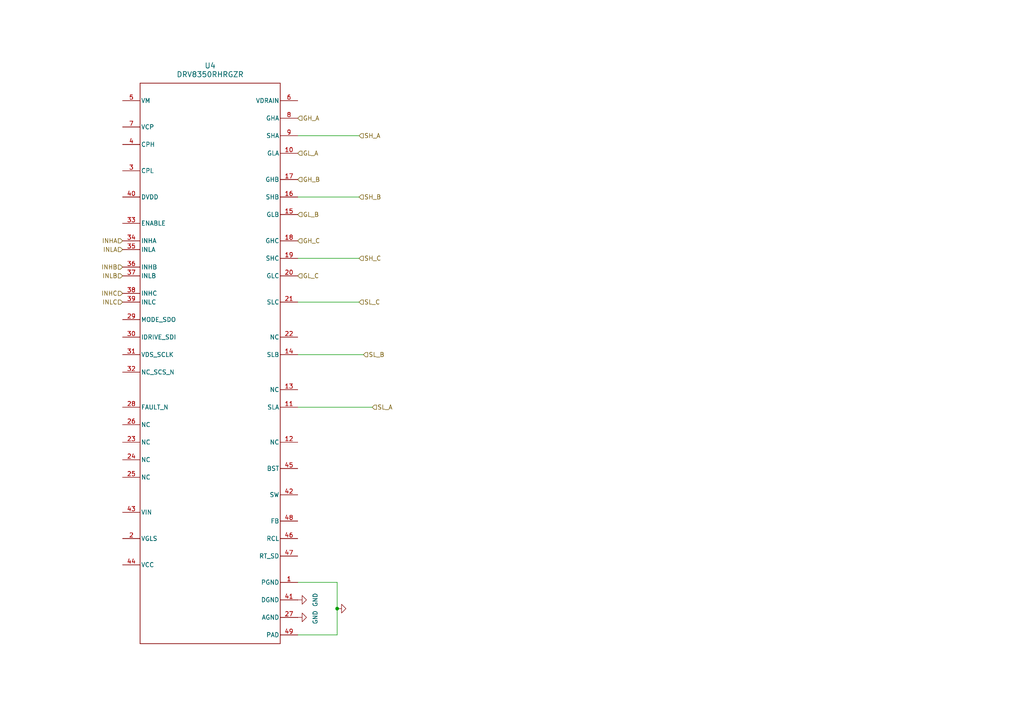
<source format=kicad_sch>
(kicad_sch
	(version 20231120)
	(generator "eeschema")
	(generator_version "8.0")
	(uuid "66c70677-4568-4e67-b7d8-669a7f8bf894")
	(paper "A4")
	(lib_symbols
		(symbol "Syms:DRV8350RHRGZR"
			(pin_names
				(offset 0.254)
			)
			(exclude_from_sim no)
			(in_bom yes)
			(on_board yes)
			(property "Reference" "U"
				(at 0 2.54 0)
				(effects
					(font
						(size 1.524 1.524)
					)
				)
			)
			(property "Value" "DRV8350RHRGZR"
				(at 0 0 0)
				(effects
					(font
						(size 1.524 1.524)
					)
				)
			)
			(property "Footprint" "RGZ0048L"
				(at 0 0 0)
				(effects
					(font
						(size 1.27 1.27)
						(italic yes)
					)
					(hide yes)
				)
			)
			(property "Datasheet" "DRV8350RHRGZR"
				(at 0 0 0)
				(effects
					(font
						(size 1.27 1.27)
						(italic yes)
					)
					(hide yes)
				)
			)
			(property "Description" ""
				(at 0 0 0)
				(effects
					(font
						(size 1.27 1.27)
					)
					(hide yes)
				)
			)
			(property "ki_locked" ""
				(at 0 0 0)
				(effects
					(font
						(size 1.27 1.27)
					)
				)
			)
			(property "ki_keywords" "DRV8350RHRGZR"
				(at 0 0 0)
				(effects
					(font
						(size 1.27 1.27)
					)
					(hide yes)
				)
			)
			(property "ki_fp_filters" "RGZ0048L"
				(at 0 0 0)
				(effects
					(font
						(size 1.27 1.27)
					)
					(hide yes)
				)
			)
			(symbol "DRV8350RHRGZR_0_1"
				(polyline
					(pts
						(xy -20.32 -81.28) (xy 20.32 -81.28)
					)
					(stroke
						(width 0.2032)
						(type default)
					)
					(fill
						(type none)
					)
				)
				(polyline
					(pts
						(xy -20.32 81.28) (xy -20.32 -81.28)
					)
					(stroke
						(width 0.2032)
						(type default)
					)
					(fill
						(type none)
					)
				)
				(polyline
					(pts
						(xy 20.32 -81.28) (xy 20.32 81.28)
					)
					(stroke
						(width 0.2032)
						(type default)
					)
					(fill
						(type none)
					)
				)
				(polyline
					(pts
						(xy 20.32 81.28) (xy -20.32 81.28)
					)
					(stroke
						(width 0.2032)
						(type default)
					)
					(fill
						(type none)
					)
				)
				(pin power_in line
					(at 25.4 -63.5 180)
					(length 5.08)
					(name "PGND"
						(effects
							(font
								(size 1.27 1.27)
							)
						)
					)
					(number "1"
						(effects
							(font
								(size 1.27 1.27)
							)
						)
					)
				)
				(pin output line
					(at 25.4 60.96 180)
					(length 5.08)
					(name "GLA"
						(effects
							(font
								(size 1.27 1.27)
							)
						)
					)
					(number "10"
						(effects
							(font
								(size 1.27 1.27)
							)
						)
					)
				)
				(pin input line
					(at 25.4 -12.7 180)
					(length 5.08)
					(name "SLA"
						(effects
							(font
								(size 1.27 1.27)
							)
						)
					)
					(number "11"
						(effects
							(font
								(size 1.27 1.27)
							)
						)
					)
				)
				(pin unspecified line
					(at 25.4 -22.86 180)
					(length 5.08)
					(name "NC"
						(effects
							(font
								(size 1.27 1.27)
							)
						)
					)
					(number "12"
						(effects
							(font
								(size 1.27 1.27)
							)
						)
					)
				)
				(pin unspecified line
					(at 25.4 -7.62 180)
					(length 5.08)
					(name "NC"
						(effects
							(font
								(size 1.27 1.27)
							)
						)
					)
					(number "13"
						(effects
							(font
								(size 1.27 1.27)
							)
						)
					)
				)
				(pin input line
					(at 25.4 2.54 180)
					(length 5.08)
					(name "SLB"
						(effects
							(font
								(size 1.27 1.27)
							)
						)
					)
					(number "14"
						(effects
							(font
								(size 1.27 1.27)
							)
						)
					)
				)
				(pin output line
					(at 25.4 43.18 180)
					(length 5.08)
					(name "GLB"
						(effects
							(font
								(size 1.27 1.27)
							)
						)
					)
					(number "15"
						(effects
							(font
								(size 1.27 1.27)
							)
						)
					)
				)
				(pin input line
					(at 25.4 48.26 180)
					(length 5.08)
					(name "SHB"
						(effects
							(font
								(size 1.27 1.27)
							)
						)
					)
					(number "16"
						(effects
							(font
								(size 1.27 1.27)
							)
						)
					)
				)
				(pin output line
					(at 25.4 53.34 180)
					(length 5.08)
					(name "GHB"
						(effects
							(font
								(size 1.27 1.27)
							)
						)
					)
					(number "17"
						(effects
							(font
								(size 1.27 1.27)
							)
						)
					)
				)
				(pin output line
					(at 25.4 35.56 180)
					(length 5.08)
					(name "GHC"
						(effects
							(font
								(size 1.27 1.27)
							)
						)
					)
					(number "18"
						(effects
							(font
								(size 1.27 1.27)
							)
						)
					)
				)
				(pin input line
					(at 25.4 30.48 180)
					(length 5.08)
					(name "SHC"
						(effects
							(font
								(size 1.27 1.27)
							)
						)
					)
					(number "19"
						(effects
							(font
								(size 1.27 1.27)
							)
						)
					)
				)
				(pin power_in line
					(at -25.4 -50.8 0)
					(length 5.08)
					(name "VGLS"
						(effects
							(font
								(size 1.27 1.27)
							)
						)
					)
					(number "2"
						(effects
							(font
								(size 1.27 1.27)
							)
						)
					)
				)
				(pin output line
					(at 25.4 25.4 180)
					(length 5.08)
					(name "GLC"
						(effects
							(font
								(size 1.27 1.27)
							)
						)
					)
					(number "20"
						(effects
							(font
								(size 1.27 1.27)
							)
						)
					)
				)
				(pin input line
					(at 25.4 17.78 180)
					(length 5.08)
					(name "SLC"
						(effects
							(font
								(size 1.27 1.27)
							)
						)
					)
					(number "21"
						(effects
							(font
								(size 1.27 1.27)
							)
						)
					)
				)
				(pin unspecified line
					(at 25.4 7.62 180)
					(length 5.08)
					(name "NC"
						(effects
							(font
								(size 1.27 1.27)
							)
						)
					)
					(number "22"
						(effects
							(font
								(size 1.27 1.27)
							)
						)
					)
				)
				(pin unspecified line
					(at -25.4 -22.86 0)
					(length 5.08)
					(name "NC"
						(effects
							(font
								(size 1.27 1.27)
							)
						)
					)
					(number "23"
						(effects
							(font
								(size 1.27 1.27)
							)
						)
					)
				)
				(pin unspecified line
					(at -25.4 -27.94 0)
					(length 5.08)
					(name "NC"
						(effects
							(font
								(size 1.27 1.27)
							)
						)
					)
					(number "24"
						(effects
							(font
								(size 1.27 1.27)
							)
						)
					)
				)
				(pin unspecified line
					(at -25.4 -33.02 0)
					(length 5.08)
					(name "NC"
						(effects
							(font
								(size 1.27 1.27)
							)
						)
					)
					(number "25"
						(effects
							(font
								(size 1.27 1.27)
							)
						)
					)
				)
				(pin unspecified line
					(at -25.4 -17.78 0)
					(length 5.08)
					(name "NC"
						(effects
							(font
								(size 1.27 1.27)
							)
						)
					)
					(number "26"
						(effects
							(font
								(size 1.27 1.27)
							)
						)
					)
				)
				(pin power_in line
					(at 25.4 -73.66 180)
					(length 5.08)
					(name "AGND"
						(effects
							(font
								(size 1.27 1.27)
							)
						)
					)
					(number "27"
						(effects
							(font
								(size 1.27 1.27)
							)
						)
					)
				)
				(pin open_collector line
					(at -25.4 -12.7 0)
					(length 5.08)
					(name "FAULT_N"
						(effects
							(font
								(size 1.27 1.27)
							)
						)
					)
					(number "28"
						(effects
							(font
								(size 1.27 1.27)
							)
						)
					)
				)
				(pin bidirectional line
					(at -25.4 12.7 0)
					(length 5.08)
					(name "MODE_SDO"
						(effects
							(font
								(size 1.27 1.27)
							)
						)
					)
					(number "29"
						(effects
							(font
								(size 1.27 1.27)
							)
						)
					)
				)
				(pin power_in line
					(at -25.4 55.88 0)
					(length 5.08)
					(name "CPL"
						(effects
							(font
								(size 1.27 1.27)
							)
						)
					)
					(number "3"
						(effects
							(font
								(size 1.27 1.27)
							)
						)
					)
				)
				(pin input line
					(at -25.4 7.62 0)
					(length 5.08)
					(name "IDRIVE_SDI"
						(effects
							(font
								(size 1.27 1.27)
							)
						)
					)
					(number "30"
						(effects
							(font
								(size 1.27 1.27)
							)
						)
					)
				)
				(pin input line
					(at -25.4 2.54 0)
					(length 5.08)
					(name "VDS_SCLK"
						(effects
							(font
								(size 1.27 1.27)
							)
						)
					)
					(number "31"
						(effects
							(font
								(size 1.27 1.27)
							)
						)
					)
				)
				(pin input line
					(at -25.4 -2.54 0)
					(length 5.08)
					(name "NC_SCS_N"
						(effects
							(font
								(size 1.27 1.27)
							)
						)
					)
					(number "32"
						(effects
							(font
								(size 1.27 1.27)
							)
						)
					)
				)
				(pin input line
					(at -25.4 40.64 0)
					(length 5.08)
					(name "ENABLE"
						(effects
							(font
								(size 1.27 1.27)
							)
						)
					)
					(number "33"
						(effects
							(font
								(size 1.27 1.27)
							)
						)
					)
				)
				(pin input line
					(at -25.4 35.56 0)
					(length 5.08)
					(name "INHA"
						(effects
							(font
								(size 1.27 1.27)
							)
						)
					)
					(number "34"
						(effects
							(font
								(size 1.27 1.27)
							)
						)
					)
				)
				(pin input line
					(at -25.4 33.02 0)
					(length 5.08)
					(name "INLA"
						(effects
							(font
								(size 1.27 1.27)
							)
						)
					)
					(number "35"
						(effects
							(font
								(size 1.27 1.27)
							)
						)
					)
				)
				(pin input line
					(at -25.4 27.94 0)
					(length 5.08)
					(name "INHB"
						(effects
							(font
								(size 1.27 1.27)
							)
						)
					)
					(number "36"
						(effects
							(font
								(size 1.27 1.27)
							)
						)
					)
				)
				(pin input line
					(at -25.4 25.4 0)
					(length 5.08)
					(name "INLB"
						(effects
							(font
								(size 1.27 1.27)
							)
						)
					)
					(number "37"
						(effects
							(font
								(size 1.27 1.27)
							)
						)
					)
				)
				(pin input line
					(at -25.4 20.32 0)
					(length 5.08)
					(name "INHC"
						(effects
							(font
								(size 1.27 1.27)
							)
						)
					)
					(number "38"
						(effects
							(font
								(size 1.27 1.27)
							)
						)
					)
				)
				(pin input line
					(at -25.4 17.78 0)
					(length 5.08)
					(name "INLC"
						(effects
							(font
								(size 1.27 1.27)
							)
						)
					)
					(number "39"
						(effects
							(font
								(size 1.27 1.27)
							)
						)
					)
				)
				(pin power_in line
					(at -25.4 63.5 0)
					(length 5.08)
					(name "CPH"
						(effects
							(font
								(size 1.27 1.27)
							)
						)
					)
					(number "4"
						(effects
							(font
								(size 1.27 1.27)
							)
						)
					)
				)
				(pin power_in line
					(at -25.4 48.26 0)
					(length 5.08)
					(name "DVDD"
						(effects
							(font
								(size 1.27 1.27)
							)
						)
					)
					(number "40"
						(effects
							(font
								(size 1.27 1.27)
							)
						)
					)
				)
				(pin power_in line
					(at 25.4 -68.58 180)
					(length 5.08)
					(name "DGND"
						(effects
							(font
								(size 1.27 1.27)
							)
						)
					)
					(number "41"
						(effects
							(font
								(size 1.27 1.27)
							)
						)
					)
				)
				(pin power_in line
					(at 25.4 -38.1 180)
					(length 5.08)
					(name "SW"
						(effects
							(font
								(size 1.27 1.27)
							)
						)
					)
					(number "42"
						(effects
							(font
								(size 1.27 1.27)
							)
						)
					)
				)
				(pin power_in line
					(at -25.4 -43.18 0)
					(length 5.08)
					(name "VIN"
						(effects
							(font
								(size 1.27 1.27)
							)
						)
					)
					(number "43"
						(effects
							(font
								(size 1.27 1.27)
							)
						)
					)
				)
				(pin power_in line
					(at -25.4 -58.42 0)
					(length 5.08)
					(name "VCC"
						(effects
							(font
								(size 1.27 1.27)
							)
						)
					)
					(number "44"
						(effects
							(font
								(size 1.27 1.27)
							)
						)
					)
				)
				(pin power_in line
					(at 25.4 -30.48 180)
					(length 5.08)
					(name "BST"
						(effects
							(font
								(size 1.27 1.27)
							)
						)
					)
					(number "45"
						(effects
							(font
								(size 1.27 1.27)
							)
						)
					)
				)
				(pin input line
					(at 25.4 -50.8 180)
					(length 5.08)
					(name "RCL"
						(effects
							(font
								(size 1.27 1.27)
							)
						)
					)
					(number "46"
						(effects
							(font
								(size 1.27 1.27)
							)
						)
					)
				)
				(pin input line
					(at 25.4 -55.88 180)
					(length 5.08)
					(name "RT_SD"
						(effects
							(font
								(size 1.27 1.27)
							)
						)
					)
					(number "47"
						(effects
							(font
								(size 1.27 1.27)
							)
						)
					)
				)
				(pin input line
					(at 25.4 -45.72 180)
					(length 5.08)
					(name "FB"
						(effects
							(font
								(size 1.27 1.27)
							)
						)
					)
					(number "48"
						(effects
							(font
								(size 1.27 1.27)
							)
						)
					)
				)
				(pin power_in line
					(at 25.4 -78.74 180)
					(length 5.08)
					(name "PAD"
						(effects
							(font
								(size 1.27 1.27)
							)
						)
					)
					(number "49"
						(effects
							(font
								(size 1.27 1.27)
							)
						)
					)
				)
				(pin power_in line
					(at -25.4 76.2 0)
					(length 5.08)
					(name "VM"
						(effects
							(font
								(size 1.27 1.27)
							)
						)
					)
					(number "5"
						(effects
							(font
								(size 1.27 1.27)
							)
						)
					)
				)
				(pin input line
					(at 25.4 76.2 180)
					(length 5.08)
					(name "VDRAIN"
						(effects
							(font
								(size 1.27 1.27)
							)
						)
					)
					(number "6"
						(effects
							(font
								(size 1.27 1.27)
							)
						)
					)
				)
				(pin power_in line
					(at -25.4 68.58 0)
					(length 5.08)
					(name "VCP"
						(effects
							(font
								(size 1.27 1.27)
							)
						)
					)
					(number "7"
						(effects
							(font
								(size 1.27 1.27)
							)
						)
					)
				)
				(pin output line
					(at 25.4 71.12 180)
					(length 5.08)
					(name "GHA"
						(effects
							(font
								(size 1.27 1.27)
							)
						)
					)
					(number "8"
						(effects
							(font
								(size 1.27 1.27)
							)
						)
					)
				)
				(pin input line
					(at 25.4 66.04 180)
					(length 5.08)
					(name "SHA"
						(effects
							(font
								(size 1.27 1.27)
							)
						)
					)
					(number "9"
						(effects
							(font
								(size 1.27 1.27)
							)
						)
					)
				)
			)
		)
		(symbol "power:GND"
			(power)
			(pin_numbers hide)
			(pin_names
				(offset 0) hide)
			(exclude_from_sim no)
			(in_bom yes)
			(on_board yes)
			(property "Reference" "#PWR"
				(at 0 -6.35 0)
				(effects
					(font
						(size 1.27 1.27)
					)
					(hide yes)
				)
			)
			(property "Value" "GND"
				(at 0 -3.81 0)
				(effects
					(font
						(size 1.27 1.27)
					)
				)
			)
			(property "Footprint" ""
				(at 0 0 0)
				(effects
					(font
						(size 1.27 1.27)
					)
					(hide yes)
				)
			)
			(property "Datasheet" ""
				(at 0 0 0)
				(effects
					(font
						(size 1.27 1.27)
					)
					(hide yes)
				)
			)
			(property "Description" "Power symbol creates a global label with name \"GND\" , ground"
				(at 0 0 0)
				(effects
					(font
						(size 1.27 1.27)
					)
					(hide yes)
				)
			)
			(property "ki_keywords" "global power"
				(at 0 0 0)
				(effects
					(font
						(size 1.27 1.27)
					)
					(hide yes)
				)
			)
			(symbol "GND_0_1"
				(polyline
					(pts
						(xy 0 0) (xy 0 -1.27) (xy 1.27 -1.27) (xy 0 -2.54) (xy -1.27 -1.27) (xy 0 -1.27)
					)
					(stroke
						(width 0)
						(type default)
					)
					(fill
						(type none)
					)
				)
			)
			(symbol "GND_1_1"
				(pin power_in line
					(at 0 0 270)
					(length 0)
					(name "~"
						(effects
							(font
								(size 1.27 1.27)
							)
						)
					)
					(number "1"
						(effects
							(font
								(size 1.27 1.27)
							)
						)
					)
				)
			)
		)
	)
	(junction
		(at 97.79 176.53)
		(diameter 0)
		(color 0 0 0 0)
		(uuid "c1425f42-86bb-4a61-a6d1-351d70b03695")
	)
	(wire
		(pts
			(xy 104.14 57.15) (xy 86.36 57.15)
		)
		(stroke
			(width 0)
			(type default)
		)
		(uuid "0627baf4-3579-47be-8de1-2728c7b78ccc")
	)
	(wire
		(pts
			(xy 105.41 102.87) (xy 86.36 102.87)
		)
		(stroke
			(width 0)
			(type default)
		)
		(uuid "3aea9b1a-43b9-416f-a93b-296ea473998e")
	)
	(wire
		(pts
			(xy 97.79 168.91) (xy 86.36 168.91)
		)
		(stroke
			(width 0)
			(type default)
		)
		(uuid "3ba32719-5cf0-4dc6-8148-1a86db361a12")
	)
	(wire
		(pts
			(xy 104.14 74.93) (xy 86.36 74.93)
		)
		(stroke
			(width 0)
			(type default)
		)
		(uuid "4f6501e7-3838-49eb-be7e-fe6bad33ab63")
	)
	(wire
		(pts
			(xy 104.14 39.37) (xy 86.36 39.37)
		)
		(stroke
			(width 0)
			(type default)
		)
		(uuid "65ba7909-c0e1-4a07-abb1-94c242e57efa")
	)
	(wire
		(pts
			(xy 104.14 87.63) (xy 86.36 87.63)
		)
		(stroke
			(width 0)
			(type default)
		)
		(uuid "65c5106e-58ca-4815-a28e-1aec6e11b64f")
	)
	(wire
		(pts
			(xy 107.95 118.11) (xy 86.36 118.11)
		)
		(stroke
			(width 0)
			(type default)
		)
		(uuid "6c26858f-a575-41a0-ba31-4c647ce08d8d")
	)
	(wire
		(pts
			(xy 86.36 184.15) (xy 97.79 184.15)
		)
		(stroke
			(width 0)
			(type default)
		)
		(uuid "8c0fb30e-fc38-4087-a701-a6c9c54e4244")
	)
	(wire
		(pts
			(xy 97.79 176.53) (xy 97.79 168.91)
		)
		(stroke
			(width 0)
			(type default)
		)
		(uuid "f1042b66-5cf1-4ac1-9d9f-1177afc0ab83")
	)
	(wire
		(pts
			(xy 97.79 184.15) (xy 97.79 176.53)
		)
		(stroke
			(width 0)
			(type default)
		)
		(uuid "f54f95e8-a2f5-437c-baf8-4c86f12476ef")
	)
	(hierarchical_label "SH_A"
		(shape input)
		(at 104.14 39.37 0)
		(fields_autoplaced yes)
		(effects
			(font
				(size 1.27 1.27)
			)
			(justify left)
		)
		(uuid "0afc2ac9-75ff-47df-a741-1f5fbcb9e4e1")
	)
	(hierarchical_label "SL_A"
		(shape input)
		(at 107.95 118.11 0)
		(fields_autoplaced yes)
		(effects
			(font
				(size 1.27 1.27)
			)
			(justify left)
		)
		(uuid "0ecea4a4-949e-4fa0-b793-6f721b2a4db7")
	)
	(hierarchical_label "GH_C"
		(shape input)
		(at 86.36 69.85 0)
		(fields_autoplaced yes)
		(effects
			(font
				(size 1.27 1.27)
			)
			(justify left)
		)
		(uuid "2d0f84b5-47d5-4c18-aeaf-a28d97c62f82")
	)
	(hierarchical_label "INHA"
		(shape input)
		(at 35.56 69.85 180)
		(fields_autoplaced yes)
		(effects
			(font
				(size 1.27 1.27)
			)
			(justify right)
		)
		(uuid "3f8fbcad-ddd7-4717-9a78-2718d3ebecb7")
	)
	(hierarchical_label "SH_C"
		(shape input)
		(at 104.14 74.93 0)
		(fields_autoplaced yes)
		(effects
			(font
				(size 1.27 1.27)
			)
			(justify left)
		)
		(uuid "456d4076-11c3-498e-81b3-83de1cabc75b")
	)
	(hierarchical_label "GL_C"
		(shape input)
		(at 86.36 80.01 0)
		(fields_autoplaced yes)
		(effects
			(font
				(size 1.27 1.27)
			)
			(justify left)
		)
		(uuid "47a245cb-5062-4ebb-be3d-bf7c49afd47b")
	)
	(hierarchical_label "INLC"
		(shape input)
		(at 35.56 87.63 180)
		(fields_autoplaced yes)
		(effects
			(font
				(size 1.27 1.27)
			)
			(justify right)
		)
		(uuid "695dc37f-d450-4b9a-9dc5-9ff44828f881")
	)
	(hierarchical_label "INHB"
		(shape input)
		(at 35.56 77.47 180)
		(fields_autoplaced yes)
		(effects
			(font
				(size 1.27 1.27)
			)
			(justify right)
		)
		(uuid "7893f962-f19c-4eb3-ad68-7d880076e831")
	)
	(hierarchical_label "GH_A"
		(shape input)
		(at 86.36 34.29 0)
		(fields_autoplaced yes)
		(effects
			(font
				(size 1.27 1.27)
			)
			(justify left)
		)
		(uuid "c36519c1-c8e0-4faf-b250-e8ba4ef94276")
	)
	(hierarchical_label "GL_A"
		(shape input)
		(at 86.36 44.45 0)
		(fields_autoplaced yes)
		(effects
			(font
				(size 1.27 1.27)
			)
			(justify left)
		)
		(uuid "c41adb6f-3a89-4a14-89d7-c4adafbd60e8")
	)
	(hierarchical_label "INLB"
		(shape input)
		(at 35.56 80.01 180)
		(fields_autoplaced yes)
		(effects
			(font
				(size 1.27 1.27)
			)
			(justify right)
		)
		(uuid "c5520b29-8595-46a2-a181-49b6f93559d4")
	)
	(hierarchical_label "GH_B"
		(shape input)
		(at 86.36 52.07 0)
		(fields_autoplaced yes)
		(effects
			(font
				(size 1.27 1.27)
			)
			(justify left)
		)
		(uuid "cbeb54af-871a-4b9e-b126-b63c6972ee83")
	)
	(hierarchical_label "SH_B"
		(shape input)
		(at 104.14 57.15 0)
		(fields_autoplaced yes)
		(effects
			(font
				(size 1.27 1.27)
			)
			(justify left)
		)
		(uuid "d373ec77-8d09-4e66-8adb-f95821133dda")
	)
	(hierarchical_label "SL_B"
		(shape input)
		(at 105.41 102.87 0)
		(fields_autoplaced yes)
		(effects
			(font
				(size 1.27 1.27)
			)
			(justify left)
		)
		(uuid "dc1e05b6-a63c-4e34-88d0-7ba2023d1965")
	)
	(hierarchical_label "SL_C"
		(shape input)
		(at 104.14 87.63 0)
		(fields_autoplaced yes)
		(effects
			(font
				(size 1.27 1.27)
			)
			(justify left)
		)
		(uuid "e25917c1-609b-40e3-8fe6-55cc1ec72111")
	)
	(hierarchical_label "INLA"
		(shape input)
		(at 35.56 72.39 180)
		(fields_autoplaced yes)
		(effects
			(font
				(size 1.27 1.27)
			)
			(justify right)
		)
		(uuid "e8e126b8-1abe-4121-987c-94a25521ec83")
	)
	(hierarchical_label "GL_B"
		(shape input)
		(at 86.36 62.23 0)
		(fields_autoplaced yes)
		(effects
			(font
				(size 1.27 1.27)
			)
			(justify left)
		)
		(uuid "f1ac03ab-2a36-453a-b5a8-2d004a57ae40")
	)
	(hierarchical_label "INHC"
		(shape input)
		(at 35.56 85.09 180)
		(fields_autoplaced yes)
		(effects
			(font
				(size 1.27 1.27)
			)
			(justify right)
		)
		(uuid "f6b0ec62-0a40-46a5-ba23-08e5f9bba0ee")
	)
	(symbol
		(lib_id "power:GND")
		(at 86.36 173.99 90)
		(mirror x)
		(unit 1)
		(exclude_from_sim no)
		(in_bom yes)
		(on_board yes)
		(dnp no)
		(uuid "0b5311a4-d877-406f-b7a9-1123385456b7")
		(property "Reference" "#PWR010"
			(at 92.71 173.99 0)
			(effects
				(font
					(size 1.27 1.27)
				)
				(hide yes)
			)
		)
		(property "Value" "GND"
			(at 91.44 173.99 0)
			(effects
				(font
					(size 1.27 1.27)
				)
			)
		)
		(property "Footprint" ""
			(at 86.36 173.99 0)
			(effects
				(font
					(size 1.27 1.27)
				)
				(hide yes)
			)
		)
		(property "Datasheet" ""
			(at 86.36 173.99 0)
			(effects
				(font
					(size 1.27 1.27)
				)
				(hide yes)
			)
		)
		(property "Description" "Power symbol creates a global label with name \"GND\" , ground"
			(at 86.36 173.99 0)
			(effects
				(font
					(size 1.27 1.27)
				)
				(hide yes)
			)
		)
		(pin "1"
			(uuid "63930bc3-1aee-46ce-aae0-7acfeb7e13fc")
		)
		(instances
			(project "Autonomous ATV 3-Phase Motor Driver"
				(path "/c5e750c3-7b06-469b-9efb-967b28a1b3b6/c8897aee-5ab3-4a3c-9b1d-1a38efc92575"
					(reference "#PWR010")
					(unit 1)
				)
			)
		)
	)
	(symbol
		(lib_id "power:GND")
		(at 97.79 176.53 90)
		(mirror x)
		(unit 1)
		(exclude_from_sim no)
		(in_bom yes)
		(on_board yes)
		(dnp no)
		(uuid "a66a87b5-ddf8-4e23-93af-8e2446ad9b1e")
		(property "Reference" "#PWR08"
			(at 104.14 176.53 0)
			(effects
				(font
					(size 1.27 1.27)
				)
				(hide yes)
			)
		)
		(property "Value" "GND"
			(at 102.87 176.53 0)
			(effects
				(font
					(size 1.27 1.27)
				)
				(hide yes)
			)
		)
		(property "Footprint" ""
			(at 97.79 176.53 0)
			(effects
				(font
					(size 1.27 1.27)
				)
				(hide yes)
			)
		)
		(property "Datasheet" ""
			(at 97.79 176.53 0)
			(effects
				(font
					(size 1.27 1.27)
				)
				(hide yes)
			)
		)
		(property "Description" "Power symbol creates a global label with name \"GND\" , ground"
			(at 97.79 176.53 0)
			(effects
				(font
					(size 1.27 1.27)
				)
				(hide yes)
			)
		)
		(pin "1"
			(uuid "1d57c697-e10e-4764-869b-8cc5886324a3")
		)
		(instances
			(project "Autonomous ATV 3-Phase Motor Driver"
				(path "/c5e750c3-7b06-469b-9efb-967b28a1b3b6/c8897aee-5ab3-4a3c-9b1d-1a38efc92575"
					(reference "#PWR08")
					(unit 1)
				)
			)
		)
	)
	(symbol
		(lib_id "power:GND")
		(at 86.36 179.07 90)
		(mirror x)
		(unit 1)
		(exclude_from_sim no)
		(in_bom yes)
		(on_board yes)
		(dnp no)
		(uuid "b9e5d3b1-3c0a-4cd3-8471-539840b7f6a1")
		(property "Reference" "#PWR011"
			(at 92.71 179.07 0)
			(effects
				(font
					(size 1.27 1.27)
				)
				(hide yes)
			)
		)
		(property "Value" "GND"
			(at 91.44 179.07 0)
			(effects
				(font
					(size 1.27 1.27)
				)
			)
		)
		(property "Footprint" ""
			(at 86.36 179.07 0)
			(effects
				(font
					(size 1.27 1.27)
				)
				(hide yes)
			)
		)
		(property "Datasheet" ""
			(at 86.36 179.07 0)
			(effects
				(font
					(size 1.27 1.27)
				)
				(hide yes)
			)
		)
		(property "Description" "Power symbol creates a global label with name \"GND\" , ground"
			(at 86.36 179.07 0)
			(effects
				(font
					(size 1.27 1.27)
				)
				(hide yes)
			)
		)
		(pin "1"
			(uuid "b891d687-6309-4e93-8f18-620de9036517")
		)
		(instances
			(project "Autonomous ATV 3-Phase Motor Driver"
				(path "/c5e750c3-7b06-469b-9efb-967b28a1b3b6/c8897aee-5ab3-4a3c-9b1d-1a38efc92575"
					(reference "#PWR011")
					(unit 1)
				)
			)
		)
	)
	(symbol
		(lib_id "Syms:DRV8350RHRGZR")
		(at 60.96 105.41 0)
		(unit 1)
		(exclude_from_sim no)
		(in_bom yes)
		(on_board yes)
		(dnp no)
		(fields_autoplaced yes)
		(uuid "c15f1d6a-1c86-47f3-8c49-c872142252bc")
		(property "Reference" "U4"
			(at 60.96 19.05 0)
			(effects
				(font
					(size 1.524 1.524)
				)
			)
		)
		(property "Value" "DRV8350RHRGZR"
			(at 60.96 21.59 0)
			(effects
				(font
					(size 1.524 1.524)
				)
			)
		)
		(property "Footprint" "RGZ0048L"
			(at 60.96 105.41 0)
			(effects
				(font
					(size 1.27 1.27)
					(italic yes)
				)
				(hide yes)
			)
		)
		(property "Datasheet" "DRV8350RHRGZR"
			(at 60.96 105.41 0)
			(effects
				(font
					(size 1.27 1.27)
					(italic yes)
				)
				(hide yes)
			)
		)
		(property "Description" ""
			(at 60.96 105.41 0)
			(effects
				(font
					(size 1.27 1.27)
				)
				(hide yes)
			)
		)
		(pin "21"
			(uuid "3bda7e49-51a1-404a-86bf-05cc3f93a008")
		)
		(pin "22"
			(uuid "37518f14-76b2-49f8-ba5b-6d74b6d215a1")
		)
		(pin "46"
			(uuid "11084f71-b122-447f-a9d9-accdac1d3f98")
		)
		(pin "32"
			(uuid "2ce587d1-4f99-4af3-b30c-493d1f0cb7dd")
		)
		(pin "20"
			(uuid "bc67413d-8e3f-43ca-9b78-e20c48c9adf4")
		)
		(pin "35"
			(uuid "0cfce6fe-780a-4e89-81a5-3749ee4de79a")
		)
		(pin "41"
			(uuid "c67a639d-6746-4008-9588-e1458baf1488")
		)
		(pin "25"
			(uuid "3995cf3d-b39d-4f30-bc52-607c189cdc5b")
		)
		(pin "27"
			(uuid "3a19a99a-5420-4993-aa21-1a746a2184dd")
		)
		(pin "39"
			(uuid "6362840a-8ede-45e3-8523-a72474436cfb")
		)
		(pin "13"
			(uuid "b35090f7-8cff-4e84-826b-a6c213e64b3b")
		)
		(pin "29"
			(uuid "d8dc586c-4f26-4219-a1a6-634dcc896702")
		)
		(pin "15"
			(uuid "a625a8c9-a0d1-478e-b1d6-d8f26fa7f6cf")
		)
		(pin "30"
			(uuid "aee83494-7cc0-4474-b718-0a64c9e27458")
		)
		(pin "36"
			(uuid "8b02b312-8d95-4f22-9928-e5c587c2a0ef")
		)
		(pin "33"
			(uuid "ad64781a-f01f-41d1-ae9a-13e80be08be1")
		)
		(pin "16"
			(uuid "78a45f5a-b563-450b-9590-913cadba78e6")
		)
		(pin "23"
			(uuid "1c918abc-3a00-4ed5-89b9-b315be187b4c")
		)
		(pin "12"
			(uuid "c5edf596-248b-4e59-86e4-8dd8b6a4a36b")
		)
		(pin "37"
			(uuid "972c6532-b5ac-4cbe-a07a-59d384358284")
		)
		(pin "19"
			(uuid "4d1e249f-3e85-483e-b11b-18f36e8a5b51")
		)
		(pin "17"
			(uuid "64154fde-4aa0-4cf8-a85e-916b81c7721a")
		)
		(pin "34"
			(uuid "ff6050ad-a31a-4b95-800d-d611daa77cb0")
		)
		(pin "4"
			(uuid "57915867-e907-46fb-9343-a1447bbdffbf")
		)
		(pin "43"
			(uuid "8e4f3469-e6d8-40e4-9cf4-48966907991e")
		)
		(pin "44"
			(uuid "5cadc0d7-107c-4fbe-8e5c-7f0d8594e194")
		)
		(pin "2"
			(uuid "bc3763ab-9e17-43e8-bf6f-b9f0e973a633")
		)
		(pin "24"
			(uuid "ca2814bb-e893-4f52-998b-caac35804ed6")
		)
		(pin "5"
			(uuid "c0edccd1-a742-4be5-96ca-2e5279e091ce")
		)
		(pin "40"
			(uuid "dbe31bae-4428-4f92-8c61-b4e15c23da52")
		)
		(pin "10"
			(uuid "d8927a7d-8e6a-4793-8dbc-57b7427a3bdf")
		)
		(pin "28"
			(uuid "3c5acdd3-0c79-477e-a70d-0ea492dc1150")
		)
		(pin "45"
			(uuid "045ed8cd-9cf0-46ef-94f8-b765185ce123")
		)
		(pin "47"
			(uuid "f22fa8be-eb10-4bd2-afd2-131ea327ab76")
		)
		(pin "38"
			(uuid "7c62e86d-51c4-44a7-9a9a-bd85ca838849")
		)
		(pin "14"
			(uuid "fa9981b8-0e37-4060-8ce1-3364af4a51f0")
		)
		(pin "18"
			(uuid "271f23f6-57f5-4427-b088-c2fb3ab0e4e5")
		)
		(pin "48"
			(uuid "1462cd63-f448-4f40-a326-8d27ae3c8295")
		)
		(pin "3"
			(uuid "e4812700-3cbc-4e30-9cb0-1358226a2247")
		)
		(pin "49"
			(uuid "e1edc2d4-4a5e-4ddf-8dff-06c4dae9336c")
		)
		(pin "6"
			(uuid "89631a96-36ee-4b50-ae6e-89a435a7d36a")
		)
		(pin "9"
			(uuid "2ce79a5c-9a7f-4adf-a528-71c3e0b7311f")
		)
		(pin "31"
			(uuid "e8dccd80-529b-47c9-bb35-72f699c7f63b")
		)
		(pin "8"
			(uuid "f747e3c3-925c-418a-8bfb-2a07bae9c402")
		)
		(pin "11"
			(uuid "41082922-77d0-41e3-889d-327fd94c6650")
		)
		(pin "1"
			(uuid "bef41055-29bd-4128-931f-c2716c16138a")
		)
		(pin "42"
			(uuid "f2c1ee1d-d7bd-41f8-8910-c1e57e64eb06")
		)
		(pin "26"
			(uuid "3b0b2cd4-c36b-498b-95e5-56839c121d86")
		)
		(pin "7"
			(uuid "ebaef60d-68ae-4121-b4cc-6124957fcf13")
		)
		(instances
			(project ""
				(path "/c5e750c3-7b06-469b-9efb-967b28a1b3b6/c8897aee-5ab3-4a3c-9b1d-1a38efc92575"
					(reference "U4")
					(unit 1)
				)
			)
		)
	)
)

</source>
